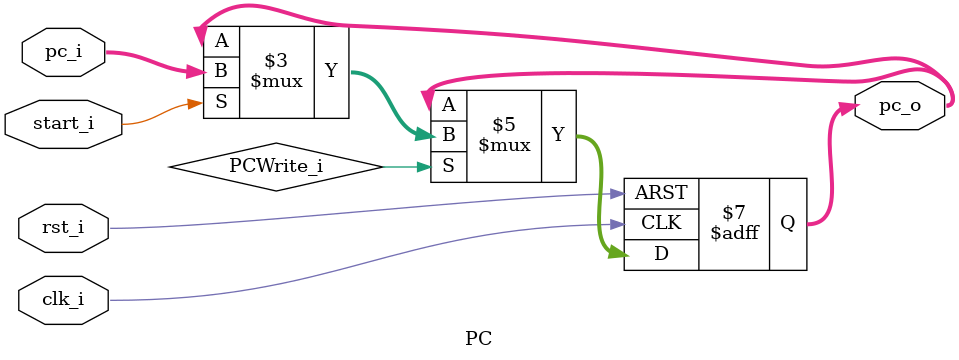
<source format=v>
module PC
(
    clk_i,
    rst_i,
    start_i,
    pc_i,
    pc_o
);

// Ports
input               clk_i;
input               rst_i;
input               start_i;
input   [31:0]      pc_i;
output  [31:0]      pc_o;

// Wires & Registers
reg     [31:0]      pc_o;


always@(posedge clk_i or posedge rst_i) begin
    if(rst_i) begin
        pc_o <= 32'b0;
    end  
    else begin
        if (PCWrite_i) begin
            if(start_i)
                pc_o <= pc_i;
            else
                pc_o <= pc_o;
        end
    end
end

endmodule

</source>
